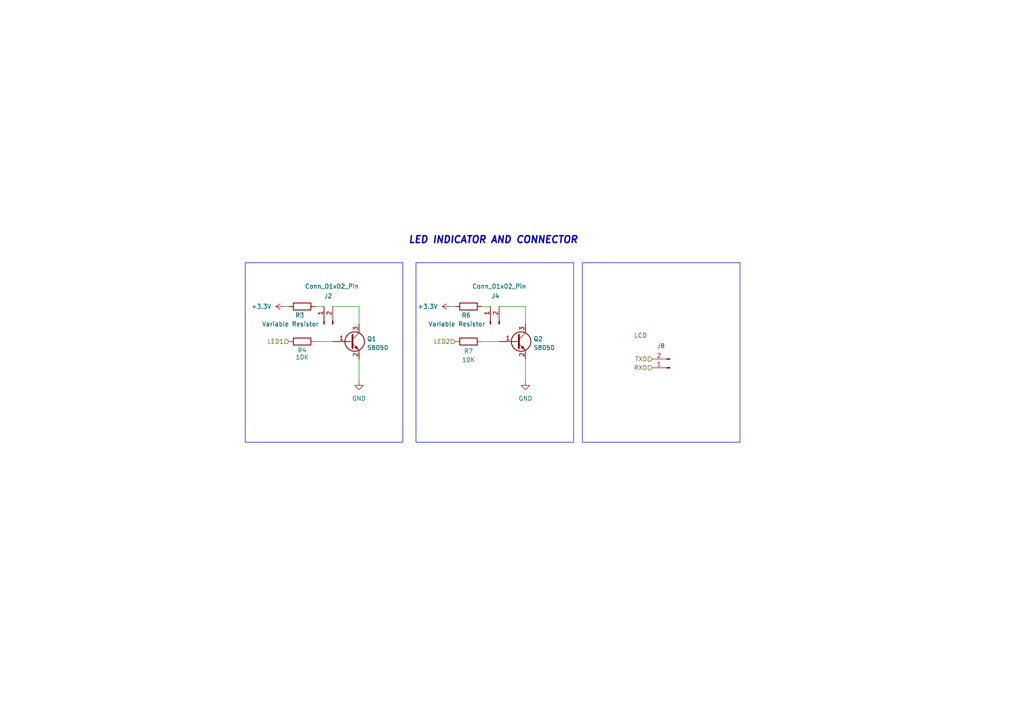
<source format=kicad_sch>
(kicad_sch (version 20231120) (generator "eeschema") (generator_version "8.0")
  (paper "A4")
  (lib_symbols
    (symbol "Connector:Conn_01x02_Pin" (pin_names (offset 1.016) hide)
      (property "Reference" "J" (at 0 2.54 0))
      (property "Value" "Conn_01x02_Pin" (at 0 -5.08 0))
      (symbol "Conn_01x02_Pin_1_1"
        (polyline (pts (xy 1.27 -2.54) (xy 0.8636 -2.54)) (stroke (width 0.1524)))
        (polyline (pts (xy 1.27 0) (xy 0.8636 0)) (stroke (width 0.1524)))
        (rectangle (start 0.8636 -2.413) (end 0 -2.667) (stroke (width 0.1524)) (fill (type outline)))
        (rectangle (start 0.8636 0.127) (end 0 -0.127) (stroke (width 0.1524)) (fill (type outline)))
        (pin passive line (at 5.08 0 180) (length 3.81) (name "Pin_1") (number "1"))
        (pin passive line (at 5.08 -2.54 180) (length 3.81) (name "Pin_2") (number "2"))
      )
    )
    (symbol "Device:R" (pin_numbers hide) (pin_names (offset 0))
      (property "Reference" "R" (at 2.032 0 90))
      (property "Value" "R" (at 0 0 90))
      (symbol "R_0_1"
        (rectangle (start -1.016 -2.54) (end 1.016 2.54) (stroke (width 0.254)))
      )
      (symbol "R_1_1"
        (pin passive line (at 0 3.81 270) (length 1.27) (name "~") (number "1"))
        (pin passive line (at 0 -3.81 90) (length 1.27) (name "~") (number "2"))
      )
    )
    (symbol "S8050_2" (pin_names (offset 0) hide)
      (property "Reference" "Q3" (at 4.826 0.762 0))
      (property "Value" "S8050" (at 4.826 -1.778 0))
      (symbol "S8050_2_0_1"
        (polyline (pts (xy 0 0) (xy 0.635 0)))
        (polyline (pts (xy 0.635 0.635) (xy 2.54 2.54)))
        (polyline (pts (xy 0.635 -0.635) (xy 2.54 -2.54) (xy 2.54 -2.54)))
        (polyline (pts (xy 0.635 1.905) (xy 0.635 -1.905) (xy 0.635 -1.905)) (stroke (width 0.508)))
        (polyline (pts (xy 1.27 -1.778) (xy 1.778 -1.27) (xy 2.286 -2.286) (xy 1.27 -1.778) (xy 1.27 -1.778)) (fill (type outline)))
        (circle (center 1.27 0) (radius 2.8194) (stroke (width 0.254)))
      )
      (symbol "S8050_2_1_1"
        (pin input line (at -5.08 0 0) (length 5.08) (name "B") (number "1"))
        (pin passive line (at 2.54 -5.08 90) (length 2.54) (name "E") (number "2"))
        (pin passive line (at 2.54 5.08 270) (length 2.54) (name "C") (number "3"))
      )
    )
    (symbol "power:+3.3V" (power) (pin_names (offset 0))
      (property "Value" "+3.3V" (at 0 3.556 0))
      (symbol "+3.3V_0_1"
        (polyline (pts (xy -0.762 1.27) (xy 0 2.54)))
        (polyline (pts (xy 0 0) (xy 0 2.54)))
        (polyline (pts (xy 0 2.54) (xy 0.762 1.27)))
      )
      (symbol "+3.3V_1_1"
        (pin power_in line (at 0 0 90) (length 0) hide (name "+3.3V") (number "1"))
      )
    )
    (symbol "power:GND" (power) (pin_names (offset 0))
      (property "Value" "GND" (at 0 -3.81 0))
      (symbol "GND_0_1"
        (polyline (pts (xy 0 0) (xy 0 -1.27) (xy 1.27 -1.27) (xy 0 -2.54) (xy -1.27 -1.27) (xy 0 -1.27)))
      )
      (symbol "GND_1_1"
        (pin power_in line (at 0 0 270) (length 0) hide (name "GND") (number "1"))
      )
    )
  )
  (wire (pts (xy 91.44 99.06) (xy 96.52 99.06)))
  (wire (pts (xy 91.44 88.9) (xy 93.98 88.9)))
  (wire (pts (xy 152.4 104.14) (xy 152.4 110.49)))
  (wire (pts (xy 104.14 104.14) (xy 104.14 110.49)))
  (wire (pts (xy 96.52 88.9) (xy 104.14 88.9)))
  (wire (pts (xy 82.55 88.9) (xy 83.82 88.9)))
  (wire (pts (xy 139.7 99.06) (xy 144.78 99.06)))
  (wire (pts (xy 139.7 88.9) (xy 142.24 88.9)))
  (wire (pts (xy 144.78 88.9) (xy 152.4 88.9)))
  (wire (pts (xy 130.81 88.9) (xy 132.08 88.9)))
  (wire (pts (xy 152.4 88.9) (xy 152.4 93.98)))
  (wire (pts (xy 104.14 88.9) (xy 104.14 93.98)))
  (rectangle (start 71.12 76.2) (end 116.84 128.27))
  (rectangle (start 120.65 76.2) (end 166.37 128.27))
  (rectangle (start 168.91 76.2) (end 214.63 128.27))
  (text "LED INDICATOR AND CONNECTOR" (at 118.364 70.866 0) (effects (font (size 2 2) (thickness 0.4) (bold yes) (italic yes)) (justify left bottom)))
  (hierarchical_label "RXD" (shape input) (at 189.23 106.68 180))
  (hierarchical_label "LED1" (shape input) (at 83.82 99.06 180))
  (hierarchical_label "LED2" (shape input) (at 132.08 99.06 180))
  (hierarchical_label "TXD" (shape input) (at 189.23 104.14 180))
  (symbol (lib_id "power:GND") (at 104.14 110.49 0) (unit 1)
    (property "Reference" "#PWR08" (effects (hide yes)))
    (property "Value" "GND" (at 104.14 115.57 0))
    (property "Description" "Power symbol creates a global label with name \"GND\" , ground" (effects (hide yes)))
  )
  (symbol (lib_id "Device:R") (at 135.89 99.06 270) (unit 1)
    (property "Reference" "R7" (at 135.89 101.854 90))
    (property "Value" "10K" (at 135.89 104.394 90))
    (property "Footprint" "Resistor_SMD:R_0603_1608Metric" (effects (hide yes)))
  )
  (symbol (lib_id "Device:R") (at 135.89 88.9 90) (unit 1)
    (property "Reference" "R6" (at 133.858 91.44 90) (effects (justify right)))
    (property "Value" "Variable Resistor" (at 124.206 93.98 90) (effects (justify right)))
    (property "Footprint" "Resistor_SMD:R_0603_1608Metric" (effects (hide yes)))
  )
  (symbol (lib_name "S8050_2") (lib_id "Transistor_BJT:S8050") (at 101.6 99.06 0) (unit 1)
    (property "Reference" "Q1" (at 106.426 98.298 0) (effects (justify left)))
    (property "Value" "S8050" (at 106.426 100.838 0) (effects (justify left)))
    (property "Footprint" "Package_TO_SOT_SMD:SOT-23" (effects (hide yes)))
    (property "Datasheet" "http://www.unisonic.com.tw/datasheet/S8050.pdf" (effects (hide yes)))
  )
  (symbol (lib_id "Device:R") (at 87.63 88.9 90) (unit 1)
    (property "Reference" "R3" (at 85.598 91.44 90) (effects (justify right)))
    (property "Value" "Variable Resistor" (at 75.946 93.98 90) (effects (justify right)))
    (property "Footprint" "Resistor_SMD:R_0603_1608Metric" (effects (hide yes)))
  )
  (symbol (lib_id "power:GND") (at 152.4 110.49 0) (unit 1)
    (property "Reference" "#PWR012" (effects (hide yes)))
    (property "Value" "GND" (at 152.4 115.57 0))
    (property "Description" "Power symbol creates a global label with name \"GND\" , ground" (effects (hide yes)))
  )
  (symbol (lib_id "Device:R") (at 87.63 99.06 90) (unit 1)
    (property "Reference" "R4" (at 87.63 101.6 90))
    (property "Value" "10K" (at 87.63 103.632 90))
    (property "Footprint" "Resistor_SMD:R_0603_1608Metric" (effects (hide yes)))
  )
  (symbol (lib_name "S8050_2") (lib_id "Transistor_BJT:S8050") (at 149.86 99.06 0) (unit 1)
    (property "Reference" "Q2" (at 154.686 98.298 0) (effects (justify left)))
    (property "Value" "S8050" (at 154.686 100.838 0) (effects (justify left)))
    (property "Footprint" "Package_TO_SOT_SMD:SOT-23" (effects (hide yes)))
    (property "Datasheet" "http://www.unisonic.com.tw/datasheet/S8050.pdf" (effects (hide yes)))
  )
  (symbol (lib_id "power:+3.3V") (at 82.55 88.9 90) (unit 1)
    (property "Reference" "#PWR01" (effects (hide yes)))
    (property "Value" "+3.3V" (at 78.74 88.8999 90) (effects (justify left)))
  )
  (symbol (lib_id "Connector:Conn_01x02_Pin") (at 93.98 93.98 90) (unit 1)
    (property "Reference" "J2" (at 93.98 85.852 90) (effects (justify right)))
    (property "Value" "Conn_01x02_Pin" (at 88.392 83.058 90) (effects (justify right)))
    (property "Footprint" "Connector_JST:JST_EH_B2B-EH-A_1x02_P2.50mm_Vertical" (effects (hide yes)))
    (property "Description" "Generic connector, single row, 01x02, script generated" (effects (hide yes)))
  )
  (symbol (lib_id "power:+3.3V") (at 130.81 88.9 90) (unit 1)
    (property "Reference" "#PWR09" (effects (hide yes)))
    (property "Value" "+3.3V" (at 127 88.8999 90) (effects (justify left)))
  )
  (symbol (lib_id "Connector:Conn_01x02_Pin") (at 194.31 106.68 180) (unit 1)
    (property "Reference" "J8" (at 190.5 100.33 0) (effects (justify right)))
    (property "Value" "LCD" (at 183.896 97.282 0) (effects (justify right)))
    (property "Footprint" "Connector_JST:JST_EH_B2B-EH-A_1x02_P2.50mm_Vertical" (effects (hide yes)))
    (property "Description" "Generic connector, single row, 01x02, script generated" (effects (hide yes)))
  )
  (symbol (lib_id "Connector:Conn_01x02_Pin") (at 142.24 93.98 90) (unit 1)
    (property "Reference" "J4" (at 142.494 85.852 90) (effects (justify right)))
    (property "Value" "Conn_01x02_Pin" (at 136.906 83.058 90) (effects (justify right)))
    (property "Footprint" "Connector_JST:JST_EH_B2B-EH-A_1x02_P2.50mm_Vertical" (effects (hide yes)))
    (property "Description" "Generic connector, single row, 01x02, script generated" (effects (hide yes)))
  )
)
</source>
